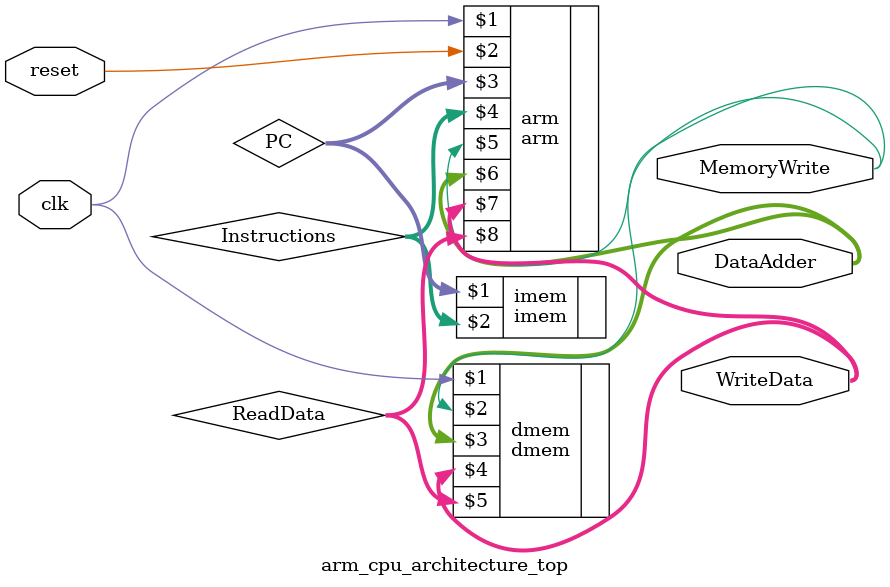
<source format=sv>
module arm_cpu_architecture_top(
	input logic clk, reset,
	output logic [11:0] WriteData, DataAdder,
	output logic MemoryWrite);

	logic [11:0] PC, Instructions, ReadData;

	// instantiate processor and memories
	arm arm(clk, reset, PC, Instructions, MemoryWrite, DataAdder, WriteData, ReadData);
	imem imem(PC, Instructions);
	dmem dmem(clk, MemoryWrite, DataAdder, WriteData, ReadData);
	
endmodule

</source>
